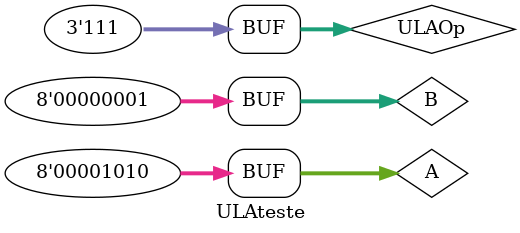
<source format=v>
module ULA (
    input wire [7:0] A,
    input wire [7:0] B,
    output reg zero,
    output reg [7:0] result,
    input wire [2:0] ULAOp
);

  always @(A or B or ULAOp) begin
    case (ULAOp)
      3'b000:   result = A + B; // Soma (add, addi, sll, lw)
      3'b001:   result = A - B; // Subtracao (sub, subi)
		3'b010:   result = A >> B; // Multiplicacao (srl)
		3'b011:   result = A << B; // Multiplicacao (sll)
		3'b100:   result = A < B ? 1 : 0; // (slt, slti)
		3'b111:   zero = (result) == 0; // (beq, bne compara com saída 0)                
      default: result = 0;
    endcase

    if (result == 0) begin
      zero = 1;
    end else begin
      zero = 0;
    end
  end
endmodule

module ULAteste;

     reg [7:0] A;
     reg [7:0] B;
     wire zero;
     wire [7:0] result;
     reg [2:0] ULAOp;

		ULA ULA(A,B,zero,result,ULAOp); //instanciando ela dentro do modulo de teste
												 //, cada porta ligada à correspondente que queremos testar(só consegue mudar as entradas pra ver saídas)

	initial
		begin
		#1 A = 8'b00001010;	 B = 8'b00000001; ULAOp = 3'b000; $display("teste soma");
		#1 A = 8'b00001010;	 B = 8'b00000001; ULAOp = 3'b001; $display("teste subtração");
		#1 A = 8'b00001010;	 B = 8'b00000001; ULAOp = 3'b010; $display("teste multiplicacao srl");
		#1 A = 8'b00001010;	 B = 8'b00000001; ULAOp = 3'b011; $display("teste multiplicacao sll");
		#1 A = 8'b00001010;	 B = 8'b00000001; ULAOp = 3'b100; $display("teste slt");
		#1 A = 8'b00001010;	 B = 8'b00000001; ULAOp = 3'b111; $display("teste beq, bne");
		//outros testes com outras operações etc
		end
		
	initial
		begin
		$display("tempo A B zero result ULAOp"); //botar smp na mesma ordem
		$monitor ("time = %0d A = %0b B = %0b zero = %0b result = %0b ULAOp = %0b", 
					 $time, A, B, zero, result, ULAOp); //vai aparecer tempo la no modelsim passando
		end
endmodule
			





</source>
